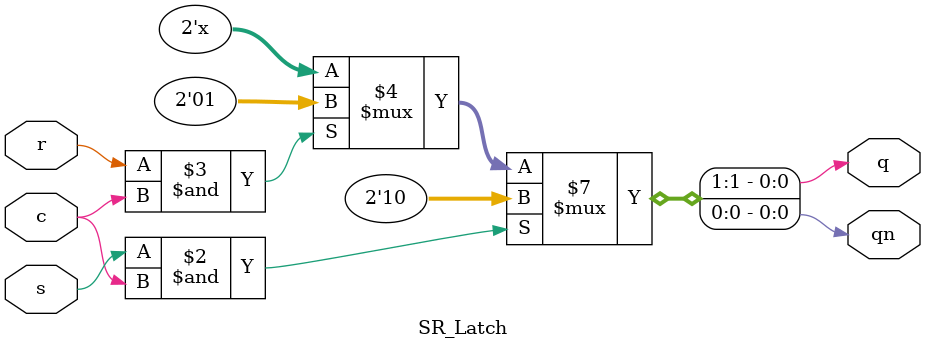
<source format=v>
`timescale 1ns / 1ps

module SR_Latch(s,r,c,q,qn);
    input s,r,c;
    output reg q,qn; //as a register for data stored 
    
    always @ (s,r,c)
    if (s&c) {q,qn}<=2'b10;
    else if (r&c)  {q,qn}<=2'b01;
endmodule

</source>
